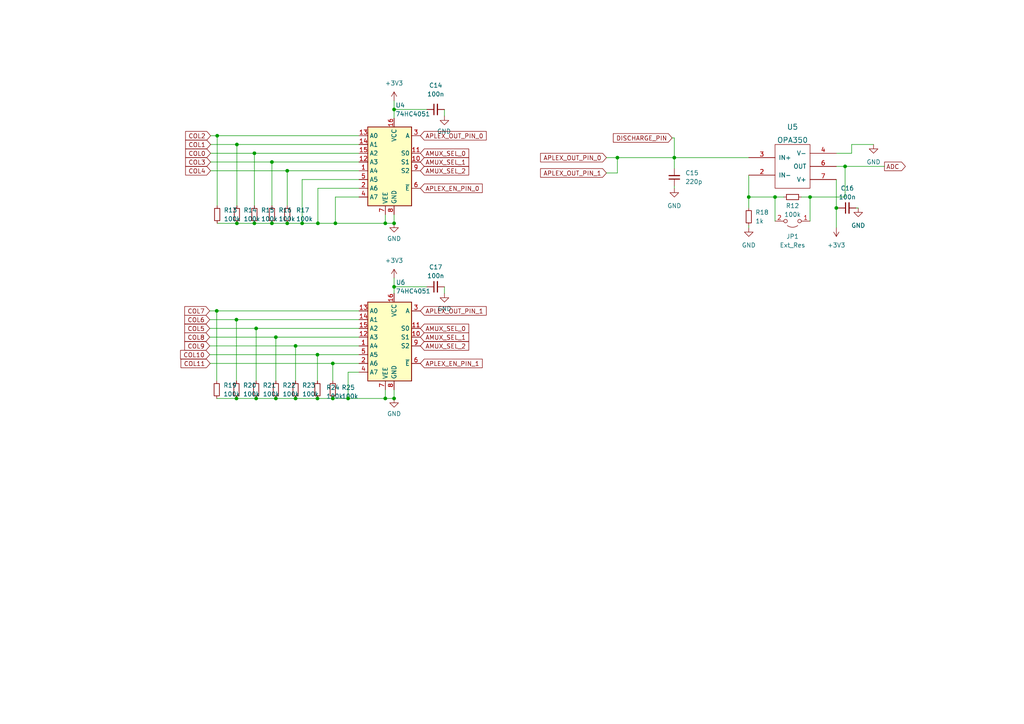
<source format=kicad_sch>
(kicad_sch (version 20231120) (generator "eeschema") (generator_version "8.0")
  (paper "A4")
  (lib_symbols
    (symbol "74xx:74HC4051"
      (property "Reference" "U" (at -5.08 11.43 0))
      (property "Value" "74HC4051" (at -7.62 -13.97 0))
      (symbol "74HC4051_0_1"
        (rectangle (start -5.08 10.16) (end 7.62 -12.7) (stroke (width 0.254)) (fill (type background)))
      )
      (symbol "74HC4051_1_1"
        (pin passive line (at 10.16 -2.54 180) (length 2.54) (name "A4") (number "1"))
        (pin input line (at -7.62 0 0) (length 2.54) (name "S1") (number "10"))
        (pin input line (at -7.62 2.54 0) (length 2.54) (name "S0") (number "11"))
        (pin passive line (at 10.16 0 180) (length 2.54) (name "A3") (number "12"))
        (pin passive line (at 10.16 7.62 180) (length 2.54) (name "A0") (number "13"))
        (pin passive line (at 10.16 5.08 180) (length 2.54) (name "A1") (number "14"))
        (pin passive line (at 10.16 2.54 180) (length 2.54) (name "A2") (number "15"))
        (pin power_in line (at 0 12.7 270) (length 2.54) (name "VCC") (number "16"))
        (pin passive line (at 10.16 -7.62 180) (length 2.54) (name "A6") (number "2"))
        (pin passive line (at -7.62 7.62 0) (length 2.54) (name "A") (number "3"))
        (pin passive line (at 10.16 -10.16 180) (length 2.54) (name "A7") (number "4"))
        (pin passive line (at 10.16 -5.08 180) (length 2.54) (name "A5") (number "5"))
        (pin input line (at -7.62 -7.62 0) (length 2.54) (name "~{E}") (number "6"))
        (pin power_in line (at 2.54 -15.24 90) (length 2.54) (name "VEE") (number "7"))
        (pin power_in line (at 0 -15.24 90) (length 2.54) (name "GND") (number "8"))
        (pin input line (at -7.62 -2.54 0) (length 2.54) (name "S2") (number "9"))
      )
    )
    (symbol "Device:C_Small" (pin_numbers hide) (pin_names (offset 0.254) hide)
      (property "Reference" "C" (at 0.254 1.778 0))
      (property "Value" "C_Small" (at 0.254 -2.032 0))
      (symbol "C_Small_0_1"
        (polyline (pts (xy -1.524 -0.508) (xy 1.524 -0.508)) (stroke (width 0.3302)))
        (polyline (pts (xy -1.524 0.508) (xy 1.524 0.508)) (stroke (width 0.3048)))
      )
      (symbol "C_Small_1_1"
        (pin passive line (at 0 2.54 270) (length 2.032) (name "~") (number "1"))
        (pin passive line (at 0 -2.54 90) (length 2.032) (name "~") (number "2"))
      )
    )
    (symbol "Device:R_Small" (pin_numbers hide) (pin_names (offset 0.254) hide)
      (property "Reference" "R" (at 0.762 0.508 0))
      (property "Value" "R_Small" (at 0.762 -1.016 0))
      (symbol "R_Small_0_1"
        (rectangle (start -0.762 1.778) (end 0.762 -1.778) (stroke (width 0.2032)))
      )
      (symbol "R_Small_1_1"
        (pin passive line (at 0 2.54 270) (length 0.762) (name "~") (number "1"))
        (pin passive line (at 0 -2.54 90) (length 0.762) (name "~") (number "2"))
      )
    )
    (symbol "Jumper:Jumper_2_Open" (pin_names (offset 0) hide)
      (property "Reference" "JP" (at 0 2.794 0))
      (property "Value" "Jumper_2_Open" (at 0 -2.286 0))
      (symbol "Jumper_2_Open_0_0"
        (circle (center -2.032 0) (radius 0.508))
        (circle (center 2.032 0) (radius 0.508))
      )
      (symbol "Jumper_2_Open_0_1"
        (arc (start 1.524 1.27) (mid 0 1.778) (end -1.524 1.27))
      )
      (symbol "Jumper_2_Open_1_1"
        (pin passive line (at -5.08 0 0) (length 2.54) (name "A") (number "1"))
        (pin passive line (at 5.08 0 180) (length 2.54) (name "B") (number "2"))
      )
    )
    (symbol "cipulot_parts:OPA350" (pin_names (offset 1.016))
      (property "Reference" "U" (at 8.89 -7.62 0))
      (property "Value" "OPA350" (at 5.08 7.62 0))
      (symbol "OPA350_0_1"
        (rectangle (start 0 -6.35) (end 10.16 6.35))
        (pin input line (at -7.62 2.54 0) (length 7.62) (name "IN-") (number "2"))
        (pin input line (at -7.62 -2.54 0) (length 7.62) (name "IN+") (number "3"))
        (pin input line (at 17.78 -3.81 180) (length 7.62) (name "V-") (number "4"))
        (pin input line (at 17.78 0 180) (length 7.62) (name "OUT") (number "6"))
        (pin input line (at 17.78 3.81 180) (length 7.62) (name "V+") (number "7"))
      )
    )
    (symbol "power:+3V3" (power) (pin_names (offset 0))
      (property "Value" "+3V3" (at 0 3.556 0))
      (symbol "+3V3_0_1"
        (polyline (pts (xy -0.762 1.27) (xy 0 2.54)))
        (polyline (pts (xy 0 0) (xy 0 2.54)))
        (polyline (pts (xy 0 2.54) (xy 0.762 1.27)))
      )
      (symbol "+3V3_1_1"
        (pin power_in line (at 0 0 90) (length 0) hide (name "+3V3") (number "1"))
      )
    )
    (symbol "power:GND" (power) (pin_names (offset 0))
      (property "Value" "GND" (at 0 -3.81 0))
      (symbol "GND_0_1"
        (polyline (pts (xy 0 0) (xy 0 -1.27) (xy 1.27 -1.27) (xy 0 -2.54) (xy -1.27 -1.27) (xy 0 -1.27)))
      )
      (symbol "GND_1_1"
        (pin power_in line (at 0 0 270) (length 0) hide (name "GND") (number "1"))
      )
    )
  )
  (junction (at 245.11 48.26))
  (junction (at 78.867 46.99))
  (junction (at 85.725 115.57))
  (junction (at 96.52 115.57))
  (junction (at 100.965 115.57))
  (junction (at 179.07 45.72))
  (junction (at 73.787 44.45))
  (junction (at 74.295 115.57))
  (junction (at 114.3 31.75))
  (junction (at 68.707 64.77))
  (junction (at 68.58 115.57))
  (junction (at 97.282 64.77))
  (junction (at 87.63 64.77))
  (junction (at 62.992 39.37))
  (junction (at 62.865 90.17))
  (junction (at 217.17 57.15))
  (junction (at 83.312 64.77))
  (junction (at 78.867 64.77))
  (junction (at 195.58 45.72))
  (junction (at 68.58 92.71))
  (junction (at 234.95 57.15))
  (junction (at 80.01 115.57))
  (junction (at 74.295 95.25))
  (junction (at 92.202 64.77))
  (junction (at 68.707 41.91))
  (junction (at 92.075 115.57))
  (junction (at 114.3 64.77))
  (junction (at 111.76 115.57))
  (junction (at 224.79 57.15))
  (junction (at 114.3 83.185))
  (junction (at 83.312 49.53))
  (junction (at 85.725 100.33))
  (junction (at 92.075 102.87))
  (junction (at 73.787 64.77))
  (junction (at 242.57 60.325))
  (junction (at 114.3 115.57))
  (junction (at 80.01 97.79))
  (junction (at 111.76 64.77))
  (junction (at 96.52 105.41))
  (wire (pts (xy 74.295 95.25) (xy 74.295 110.49)))
  (wire (pts (xy 114.3 29.21) (xy 114.3 31.75)))
  (wire (pts (xy 248.285 60.325) (xy 248.92 60.325)))
  (wire (pts (xy 195.58 48.895) (xy 195.58 45.72)))
  (wire (pts (xy 68.58 110.49) (xy 68.58 92.71)))
  (wire (pts (xy 92.075 102.87) (xy 104.14 102.87)))
  (wire (pts (xy 60.833 102.87) (xy 92.075 102.87)))
  (wire (pts (xy 78.867 46.99) (xy 104.14 46.99)))
  (wire (pts (xy 114.3 31.75) (xy 114.3 34.29)))
  (wire (pts (xy 62.992 39.37) (xy 104.14 39.37)))
  (wire (pts (xy 68.707 41.91) (xy 104.14 41.91)))
  (wire (pts (xy 85.725 100.33) (xy 104.14 100.33)))
  (wire (pts (xy 83.312 49.53) (xy 83.312 59.69)))
  (wire (pts (xy 224.79 57.15) (xy 227.33 57.15)))
  (wire (pts (xy 73.787 44.45) (xy 73.787 59.69)))
  (wire (pts (xy 68.707 41.91) (xy 68.707 59.69)))
  (wire (pts (xy 242.57 48.26) (xy 245.11 48.26)))
  (wire (pts (xy 195.58 53.975) (xy 195.58 54.61)))
  (wire (pts (xy 245.11 57.15) (xy 234.95 57.15)))
  (wire (pts (xy 128.905 33.655) (xy 128.905 31.75)))
  (wire (pts (xy 245.11 48.26) (xy 245.11 57.15)))
  (wire (pts (xy 114.3 113.03) (xy 114.3 115.57)))
  (wire (pts (xy 62.992 39.37) (xy 62.992 59.69)))
  (wire (pts (xy 62.865 90.17) (xy 104.14 90.17)))
  (wire (pts (xy 85.725 100.33) (xy 85.725 110.49)))
  (wire (pts (xy 114.3 31.75) (xy 123.825 31.75)))
  (wire (pts (xy 92.075 115.57) (xy 96.52 115.57)))
  (wire (pts (xy 217.17 65.405) (xy 217.17 66.04)))
  (wire (pts (xy 111.76 64.77) (xy 114.3 64.77)))
  (wire (pts (xy 242.57 44.45) (xy 247.015 44.45)))
  (wire (pts (xy 114.3 62.23) (xy 114.3 64.77)))
  (wire (pts (xy 224.79 57.15) (xy 217.17 57.15)))
  (wire (pts (xy 217.17 50.8) (xy 217.17 57.15)))
  (wire (pts (xy 114.3 83.185) (xy 123.825 83.185)))
  (wire (pts (xy 85.725 115.57) (xy 92.075 115.57)))
  (wire (pts (xy 114.3 83.185) (xy 114.3 85.09)))
  (wire (pts (xy 74.295 95.25) (xy 104.14 95.25)))
  (wire (pts (xy 68.58 92.71) (xy 104.14 92.71)))
  (wire (pts (xy 74.295 115.57) (xy 80.01 115.57)))
  (wire (pts (xy 83.312 49.53) (xy 104.14 49.53)))
  (wire (pts (xy 175.895 45.72) (xy 179.07 45.72)))
  (wire (pts (xy 60.833 90.17) (xy 62.865 90.17)))
  (wire (pts (xy 247.015 44.45) (xy 247.015 41.91)))
  (wire (pts (xy 80.01 97.79) (xy 104.14 97.79)))
  (wire (pts (xy 234.95 57.15) (xy 234.95 64.135)))
  (wire (pts (xy 73.787 44.45) (xy 104.14 44.45)))
  (wire (pts (xy 61.087 49.53) (xy 83.312 49.53)))
  (wire (pts (xy 78.867 46.99) (xy 78.867 59.69)))
  (wire (pts (xy 104.14 105.41) (xy 96.52 105.41)))
  (wire (pts (xy 62.992 64.77) (xy 68.707 64.77)))
  (wire (pts (xy 68.58 115.57) (xy 74.295 115.57)))
  (wire (pts (xy 128.905 85.09) (xy 128.905 83.185)))
  (wire (pts (xy 111.76 115.57) (xy 114.3 115.57)))
  (wire (pts (xy 100.965 107.95) (xy 100.965 115.57)))
  (wire (pts (xy 92.075 102.87) (xy 92.075 110.49)))
  (wire (pts (xy 96.52 105.41) (xy 96.52 110.49)))
  (wire (pts (xy 83.312 64.77) (xy 87.63 64.77)))
  (wire (pts (xy 61.087 41.91) (xy 68.707 41.91)))
  (wire (pts (xy 62.865 115.57) (xy 68.58 115.57)))
  (wire (pts (xy 195.58 45.72) (xy 217.17 45.72)))
  (wire (pts (xy 62.865 110.49) (xy 62.865 90.17)))
  (wire (pts (xy 111.76 62.23) (xy 111.76 64.77)))
  (wire (pts (xy 60.833 100.33) (xy 85.725 100.33)))
  (wire (pts (xy 80.01 97.79) (xy 80.01 110.49)))
  (wire (pts (xy 242.57 52.07) (xy 242.57 60.325)))
  (wire (pts (xy 60.96 105.41) (xy 96.52 105.41)))
  (wire (pts (xy 80.01 115.57) (xy 85.725 115.57)))
  (wire (pts (xy 195.58 40.005) (xy 195.58 45.72)))
  (wire (pts (xy 104.14 107.95) (xy 100.965 107.95)))
  (wire (pts (xy 87.63 52.07) (xy 87.63 64.77)))
  (wire (pts (xy 217.17 57.15) (xy 217.17 60.325)))
  (wire (pts (xy 60.833 97.79) (xy 80.01 97.79)))
  (wire (pts (xy 97.282 57.15) (xy 97.282 64.77)))
  (wire (pts (xy 87.63 52.07) (xy 104.14 52.07)))
  (wire (pts (xy 100.965 115.57) (xy 111.76 115.57)))
  (wire (pts (xy 78.867 64.77) (xy 83.312 64.77)))
  (wire (pts (xy 92.202 54.61) (xy 92.202 64.77)))
  (wire (pts (xy 243.205 60.325) (xy 242.57 60.325)))
  (wire (pts (xy 253.365 41.91) (xy 247.015 41.91)))
  (wire (pts (xy 175.895 50.165) (xy 179.07 50.165)))
  (wire (pts (xy 104.14 57.15) (xy 97.282 57.15)))
  (wire (pts (xy 60.833 95.25) (xy 74.295 95.25)))
  (wire (pts (xy 179.07 50.165) (xy 179.07 45.72)))
  (wire (pts (xy 245.11 48.26) (xy 256.54 48.26)))
  (wire (pts (xy 60.833 92.71) (xy 68.58 92.71)))
  (wire (pts (xy 92.202 64.77) (xy 97.282 64.77)))
  (wire (pts (xy 194.945 40.005) (xy 195.58 40.005)))
  (wire (pts (xy 61.087 39.37) (xy 62.992 39.37)))
  (wire (pts (xy 114.3 80.645) (xy 114.3 83.185)))
  (wire (pts (xy 61.087 44.45) (xy 73.787 44.45)))
  (wire (pts (xy 68.707 64.77) (xy 73.787 64.77)))
  (wire (pts (xy 96.52 115.57) (xy 100.965 115.57)))
  (wire (pts (xy 179.07 45.72) (xy 195.58 45.72)))
  (wire (pts (xy 97.282 64.77) (xy 111.76 64.77)))
  (wire (pts (xy 224.79 57.15) (xy 224.79 64.135)))
  (wire (pts (xy 104.14 54.61) (xy 92.202 54.61)))
  (wire (pts (xy 111.76 113.03) (xy 111.76 115.57)))
  (wire (pts (xy 73.787 64.77) (xy 78.867 64.77)))
  (wire (pts (xy 87.63 64.77) (xy 92.202 64.77)))
  (wire (pts (xy 232.41 57.15) (xy 234.95 57.15)))
  (wire (pts (xy 61.087 46.99) (xy 78.867 46.99)))
  (wire (pts (xy 242.57 60.325) (xy 242.57 66.04)))
  (global_label "APLEX_OUT_PIN_1" (shape input) (at 175.895 50.165 180) (property "Intersheetrefs" "${INTERSHEET_REFS}" (effects (hide yes))))
  (global_label "APLEX_OUT_PIN_0" (shape input) (at 121.92 39.37 0) (property "Intersheetrefs" "${INTERSHEET_REFS}" (effects (hide yes))))
  (global_label "AMUX_SEL_1" (shape input) (at 121.92 97.79 0) (property "Intersheetrefs" "${INTERSHEET_REFS}" (effects (hide yes))))
  (global_label "COL9" (shape input) (at 60.833 100.33 180) (property "Intersheetrefs" "${INTERSHEET_REFS}" (effects (hide yes))))
  (global_label "APLEX_OUT_PIN_1" (shape input) (at 121.92 90.17 0) (property "Intersheetrefs" "${INTERSHEET_REFS}" (effects (hide yes))))
  (global_label "AMUX_SEL_2" (shape input) (at 121.92 49.53 0) (property "Intersheetrefs" "${INTERSHEET_REFS}" (effects (hide yes))))
  (global_label "AMUX_SEL_0" (shape input) (at 121.92 95.25 0) (property "Intersheetrefs" "${INTERSHEET_REFS}" (effects (hide yes))))
  (global_label "APLEX_EN_PIN_0" (shape input) (at 121.92 54.61 0) (property "Intersheetrefs" "${INTERSHEET_REFS}" (effects (hide yes))))
  (global_label "COL2" (shape input) (at 61.087 39.37 180) (property "Intersheetrefs" "${INTERSHEET_REFS}" (effects (hide yes))))
  (global_label "COL0" (shape input) (at 61.087 44.45 180) (property "Intersheetrefs" "${INTERSHEET_REFS}" (effects (hide yes))))
  (global_label "COL5" (shape input) (at 60.833 95.25 180) (property "Intersheetrefs" "${INTERSHEET_REFS}" (effects (hide yes))))
  (global_label "COL1" (shape input) (at 61.087 41.91 180) (property "Intersheetrefs" "${INTERSHEET_REFS}" (effects (hide yes))))
  (global_label "COL4" (shape input) (at 61.087 49.53 180) (property "Intersheetrefs" "${INTERSHEET_REFS}" (effects (hide yes))))
  (global_label "COL3" (shape input) (at 61.087 46.99 180) (property "Intersheetrefs" "${INTERSHEET_REFS}" (effects (hide yes))))
  (global_label "APLEX_EN_PIN_1" (shape input) (at 121.92 105.41 0) (property "Intersheetrefs" "${INTERSHEET_REFS}" (effects (hide yes))))
  (global_label "COL8" (shape input) (at 60.833 97.79 180) (property "Intersheetrefs" "${INTERSHEET_REFS}" (effects (hide yes))))
  (global_label "DISCHARGE_PIN" (shape input) (at 194.945 40.005 180) (property "Intersheetrefs" "${INTERSHEET_REFS}" (effects (hide yes))))
  (global_label "AMUX_SEL_1" (shape input) (at 121.92 46.99 0) (property "Intersheetrefs" "${INTERSHEET_REFS}" (effects (hide yes))))
  (global_label "ADC" (shape output) (at 256.54 48.26 0) (property "Intersheetrefs" "${INTERSHEET_REFS}" (effects (hide yes))))
  (global_label "COL11" (shape input) (at 60.96 105.41 180) (property "Intersheetrefs" "${INTERSHEET_REFS}" (effects (hide yes))))
  (global_label "COL7" (shape input) (at 60.833 90.17 180) (property "Intersheetrefs" "${INTERSHEET_REFS}" (effects (hide yes))))
  (global_label "AMUX_SEL_0" (shape input) (at 121.92 44.45 0) (property "Intersheetrefs" "${INTERSHEET_REFS}" (effects (hide yes))))
  (global_label "COL6" (shape input) (at 60.833 92.71 180) (property "Intersheetrefs" "${INTERSHEET_REFS}" (effects (hide yes))))
  (global_label "COL10" (shape input) (at 60.833 102.87 180) (property "Intersheetrefs" "${INTERSHEET_REFS}" (effects (hide yes))))
  (global_label "APLEX_OUT_PIN_0" (shape input) (at 175.895 45.72 180) (property "Intersheetrefs" "${INTERSHEET_REFS}" (effects (hide yes))))
  (global_label "AMUX_SEL_2" (shape input) (at 121.92 100.33 0) (property "Intersheetrefs" "${INTERSHEET_REFS}" (effects (hide yes))))
  (symbol (lib_id "power:GND") (at 128.905 85.09 0) (unit 1)
    (property "Reference" "#PWR056" (effects (hide yes)))
    (property "Value" "GND" (at 128.905 89.535 0))
    (instances (project "minivan" (path "" (reference "#PWR056") (unit 1))) (project "Analog" (path "" (reference "#PWR0135") (unit 1))) (project "travaulta prototype" (path "" (reference "#PWR0135") (unit 1))))
  )
  (symbol (lib_id "power:+3V3") (at 114.3 29.21 0) (unit 1)
    (property "Reference" "#PWR047" (effects (hide yes)))
    (property "Value" "+3V3" (at 114.3 24.13 0))
    (instances (project "minivan" (path "" (reference "#PWR047") (unit 1))) (project "Analog" (path "" (reference "#PWR0138") (unit 1))) (project "travaulta prototype" (path "" (reference "#PWR0138") (unit 1))))
  )
  (symbol (lib_id "Device:R_Small") (at 68.707 62.23 0) (unit 1)
    (property "Reference" "R14" (at 70.612 60.9599 0) (effects (justify left)))
    (property "Value" "100k" (at 70.612 63.4999 0) (effects (justify left)))
    (property "Footprint" "Resistor_SMD:R_0402_1005Metric" (effects (hide yes)))
    (instances (project "minivan" (path "" (reference "R14") (unit 1))) (project "Analog" (path "" (reference "R13") (unit 1))) (project "travaulta prototype" (path "" (reference "R13") (unit 1))))
  )
  (symbol (lib_id "Device:C_Small") (at 245.745 60.325 90) (unit 1)
    (property "Reference" "C16" (at 245.7513 54.61 90))
    (property "Value" "100n" (at 245.7513 57.15 90))
    (property "Footprint" "Capacitor_SMD:C_0402_1005Metric" (effects (hide yes)))
    (instances (project "minivan" (path "" (reference "C16") (unit 1))) (project "Analog" (path "" (reference "C15") (unit 1))) (project "travaulta prototype" (path "" (reference "C15") (unit 1))))
  )
  (symbol (lib_id "power:GND") (at 195.58 54.61 0) (unit 1)
    (property "Reference" "#PWR050" (effects (hide yes)))
    (property "Value" "GND" (at 195.58 59.69 0))
    (instances (project "minivan" (path "" (reference "#PWR050") (unit 1))) (project "Analog" (path "" (reference "#PWR0148") (unit 1))) (project "travaulta prototype" (path "" (reference "#PWR0148") (unit 1))))
  )
  (symbol (lib_id "Device:R_Small") (at 83.312 62.23 0) (unit 1)
    (property "Reference" "R17" (at 85.852 60.96 0) (effects (justify left)))
    (property "Value" "100k" (at 85.852 63.5 0) (effects (justify left)))
    (property "Footprint" "Resistor_SMD:R_0402_1005Metric" (effects (hide yes)))
    (instances (project "minivan" (path "" (reference "R17") (unit 1))) (project "Analog" (path "" (reference "R19") (unit 1))) (project "travaulta prototype" (path "" (reference "R19") (unit 1))))
  )
  (symbol (lib_id "Device:R_Small") (at 78.867 62.23 0) (unit 1)
    (property "Reference" "R16" (at 80.772 60.96 0) (effects (justify left)))
    (property "Value" "100k" (at 80.772 63.4999 0) (effects (justify left)))
    (property "Footprint" "Resistor_SMD:R_0402_1005Metric" (effects (hide yes)))
    (instances (project "minivan" (path "" (reference "R16") (unit 1))) (project "Analog" (path "" (reference "R17") (unit 1))) (project "travaulta prototype" (path "" (reference "R17") (unit 1))))
  )
  (symbol (lib_id "cipulot_parts:OPA350") (at 224.79 48.26 0) (mirror x) (unit 1)
    (property "Reference" "U5" (at 229.87 36.83 0) (effects (font (size 1.524 1.524))))
    (property "Value" "OPA350" (at 229.87 40.64 0) (effects (font (size 1.524 1.524))))
    (property "Footprint" "Package_SO:SOIC-8_3.9x4.9mm_P1.27mm" (effects (hide yes)))
  )
  (symbol (lib_id "74xx:74HC4051") (at 114.3 46.99 0) (mirror y) (unit 1)
    (property "Reference" "U4" (at 114.7016 30.5294 0) (effects (justify right)))
    (property "Value" "74HC4051" (at 114.7016 33.0694 0) (effects (justify right)))
    (property "Footprint" "cipulot_parts:TSSOP16" (effects (hide yes)))
    (property "Datasheet" "http://www.ti.com/lit/ds/symlink/cd74hc4051.pdf" (effects (hide yes)))
  )
  (symbol (lib_id "power:GND") (at 114.3 64.77 0) (unit 1)
    (property "Reference" "#PWR052" (effects (hide yes)))
    (property "Value" "GND" (at 114.3 69.215 0))
    (instances (project "minivan" (path "" (reference "#PWR052") (unit 1))) (project "Analog" (path "" (reference "#PWR0136") (unit 1))) (project "travaulta prototype" (path "" (reference "#PWR0136") (unit 1))))
  )
  (symbol (lib_id "Device:R_Small") (at 80.01 113.03 0) (unit 1)
    (property "Reference" "R22" (at 81.915 111.7599 0) (effects (justify left)))
    (property "Value" "100k" (at 81.915 114.2999 0) (effects (justify left)))
    (property "Footprint" "Resistor_SMD:R_0402_1005Metric" (effects (hide yes)))
    (instances (project "minivan" (path "" (reference "R22") (unit 1))) (project "Analog" (path "" (reference "R14") (unit 1))) (project "travaulta prototype" (path "" (reference "R14") (unit 1))))
  )
  (symbol (lib_id "Device:R_Small") (at 62.865 113.03 0) (unit 1)
    (property "Reference" "R19" (at 64.77 111.76 0) (effects (justify left)))
    (property "Value" "100k" (at 64.77 114.2999 0) (effects (justify left)))
    (property "Footprint" "Resistor_SMD:R_0402_1005Metric" (effects (hide yes)))
    (instances (project "minivan" (path "" (reference "R19") (unit 1))) (project "Analog" (path "" (reference "R20") (unit 1))) (project "travaulta prototype" (path "" (reference "R20") (unit 1))))
  )
  (symbol (lib_id "Device:R_Small") (at 229.87 57.15 90) (unit 1)
    (property "Reference" "R12" (at 229.87 59.69 90))
    (property "Value" "100k" (at 229.87 62.23 90))
    (property "Footprint" "Resistor_SMD:R_0402_1005Metric" (effects (hide yes)))
    (instances (project "minivan" (path "" (reference "R12") (unit 1))) (project "Analog" (path "" (reference "R21") (unit 1))) (project "travaulta prototype" (path "" (reference "R21") (unit 1))))
  )
  (symbol (lib_id "Device:C_Small") (at 126.365 83.185 90) (unit 1)
    (property "Reference" "C17" (at 126.3713 77.47 90))
    (property "Value" "100n" (at 126.3713 80.01 90))
    (property "Footprint" "Capacitor_SMD:C_0402_1005Metric" (effects (hide yes)))
    (instances (project "minivan" (path "" (reference "C17") (unit 1))) (project "Analog" (path "" (reference "C12") (unit 1))) (project "travaulta prototype" (path "" (reference "C12") (unit 1))))
  )
  (symbol (lib_id "Jumper:Jumper_2_Open") (at 229.87 64.135 180) (unit 1)
    (property "Reference" "JP1" (at 229.87 68.5831 0))
    (property "Value" "Ext_Res" (at 229.87 71.12 0))
    (property "Footprint" "Resistor_SMD:R_0603_1608Metric_Pad0.98x0.95mm_HandSolder" (effects (hide yes)))
  )
  (symbol (lib_id "Device:R_Small") (at 92.075 113.03 0) (unit 1)
    (property "Reference" "R24" (at 94.615 112.395 0) (effects (justify left)))
    (property "Value" "100k" (at 94.615 114.935 0) (effects (justify left)))
    (property "Footprint" "Resistor_SMD:R_0402_1005Metric" (effects (hide yes)))
    (instances (project "minivan" (path "" (reference "R24") (unit 1))) (project "Analog" (path "" (reference "R1") (unit 1))) (project "travaulta prototype" (path "" (reference "R5") (unit 1))))
  )
  (symbol (lib_id "Device:R_Small") (at 73.787 62.23 0) (unit 1)
    (property "Reference" "R15" (at 75.692 60.9599 0) (effects (justify left)))
    (property "Value" "100k" (at 75.692 63.4999 0) (effects (justify left)))
    (property "Footprint" "Resistor_SMD:R_0402_1005Metric" (effects (hide yes)))
  )
  (symbol (lib_id "power:+3V3") (at 114.3 80.645 0) (unit 1)
    (property "Reference" "#PWR055" (effects (hide yes)))
    (property "Value" "+3V3" (at 114.3 75.565 0))
    (instances (project "minivan" (path "" (reference "#PWR055") (unit 1))) (project "Analog" (path "" (reference "#PWR0137") (unit 1))) (project "travaulta prototype" (path "" (reference "#PWR0137") (unit 1))))
  )
  (symbol (lib_id "Device:R_Small") (at 96.52 113.03 0) (unit 1)
    (property "Reference" "R25" (at 99.06 112.395 0) (effects (justify left)))
    (property "Value" "100k" (at 99.06 114.935 0) (effects (justify left)))
    (property "Footprint" "Resistor_SMD:R_0402_1005Metric" (effects (hide yes)))
    (instances (project "minivan" (path "" (reference "R25") (unit 1))) (project "Analog" (path "" (reference "R1") (unit 1))) (project "travaulta prototype" (path "" (reference "R5") (unit 1))))
  )
  (symbol (lib_id "Device:R_Small") (at 74.295 113.03 0) (unit 1)
    (property "Reference" "R21" (at 76.2 111.7599 0) (effects (justify left)))
    (property "Value" "100k" (at 76.2 114.2999 0) (effects (justify left)))
    (property "Footprint" "Resistor_SMD:R_0402_1005Metric" (effects (hide yes)))
    (instances (project "minivan" (path "" (reference "R21") (unit 1))) (project "Analog" (path "" (reference "R12") (unit 1))) (project "travaulta prototype" (path "" (reference "R12") (unit 1))))
  )
  (symbol (lib_id "Device:C_Small") (at 195.58 51.435 180) (unit 1)
    (property "Reference" "C15" (at 198.755 50.1585 0) (effects (justify right)))
    (property "Value" "220p" (at 198.755 52.6985 0) (effects (justify right)))
    (property "Footprint" "Capacitor_SMD:C_0402_1005Metric" (effects (hide yes)))
    (instances (project "minivan" (path "" (reference "C15") (unit 1))) (project "Analog" (path "" (reference "C14") (unit 1))) (project "travaulta prototype" (path "" (reference "C14") (unit 1))))
  )
  (symbol (lib_id "Device:R_Small") (at 62.992 62.23 0) (unit 1)
    (property "Reference" "R13" (at 64.897 60.9599 0) (effects (justify left)))
    (property "Value" "100k" (at 64.897 63.4999 0) (effects (justify left)))
    (property "Footprint" "Resistor_SMD:R_0402_1005Metric" (effects (hide yes)))
    (instances (project "minivan" (path "" (reference "R13") (unit 1))) (project "Analog" (path "" (reference "R11") (unit 1))) (project "travaulta prototype" (path "" (reference "R11") (unit 1))))
  )
  (symbol (lib_id "74xx:74HC4051") (at 114.3 97.79 0) (mirror y) (unit 1)
    (property "Reference" "U6" (at 114.8206 81.915 0) (effects (justify right)))
    (property "Value" "74HC4051" (at 114.8206 84.455 0) (effects (justify right)))
    (property "Footprint" "cipulot_parts:TSSOP16" (effects (hide yes)))
    (property "Datasheet" "http://www.ti.com/lit/ds/symlink/cd74hc4051.pdf" (effects (hide yes)))
    (instances (project "minivan" (path "" (reference "U6") (unit 1))) (project "Analog" (path "" (reference "U3") (unit 1))) (project "travaulta prototype" (path "" (reference "U3") (unit 1))))
  )
  (symbol (lib_id "Device:R_Small") (at 217.17 62.865 0) (unit 1)
    (property "Reference" "R18" (at 219.075 61.5949 0) (effects (justify left)))
    (property "Value" "1k" (at 219.075 64.1349 0) (effects (justify left)))
    (property "Footprint" "Resistor_SMD:R_0402_1005Metric" (effects (hide yes)))
    (instances (project "minivan" (path "" (reference "R18") (unit 1))) (project "Analog" (path "" (reference "R23") (unit 1))) (project "travaulta prototype" (path "" (reference "R23") (unit 1))))
  )
  (symbol (lib_id "power:GND") (at 248.92 60.325 0) (unit 1)
    (property "Reference" "#PWR051" (effects (hide yes)))
    (property "Value" "GND" (at 248.92 65.405 0))
    (instances (project "minivan" (path "" (reference "#PWR051") (unit 1))) (project "Analog" (path "" (reference "#PWR0142") (unit 1))) (project "travaulta prototype" (path "" (reference "#PWR0142") (unit 1))))
  )
  (symbol (lib_id "power:+3V3") (at 242.57 66.04 180) (unit 1)
    (property "Reference" "#PWR054" (effects (hide yes)))
    (property "Value" "+3V3" (at 242.57 71.12 0))
    (instances (project "minivan" (path "" (reference "#PWR054") (unit 1))) (project "Analog" (path "" (reference "#PWR0143") (unit 1))) (project "travaulta prototype" (path "" (reference "#PWR0143") (unit 1))))
  )
  (symbol (lib_id "power:GND") (at 217.17 66.04 0) (unit 1)
    (property "Reference" "#PWR053" (effects (hide yes)))
    (property "Value" "GND" (at 217.17 71.12 0))
    (instances (project "minivan" (path "" (reference "#PWR053") (unit 1))) (project "Analog" (path "" (reference "#PWR0141") (unit 1))) (project "travaulta prototype" (path "" (reference "#PWR0141") (unit 1))))
  )
  (symbol (lib_id "power:GND") (at 128.905 33.655 0) (unit 1)
    (property "Reference" "#PWR048" (effects (hide yes)))
    (property "Value" "GND" (at 128.778 38.1 0))
    (instances (project "minivan" (path "" (reference "#PWR048") (unit 1))) (project "Analog" (path "" (reference "#PWR0139") (unit 1))) (project "travaulta prototype" (path "" (reference "#PWR0139") (unit 1))))
  )
  (symbol (lib_id "power:GND") (at 114.3 115.57 0) (unit 1)
    (property "Reference" "#PWR057" (effects (hide yes)))
    (property "Value" "GND" (at 114.3 120.015 0))
    (instances (project "minivan" (path "" (reference "#PWR057") (unit 1))) (project "Analog" (path "" (reference "#PWR0134") (unit 1))) (project "travaulta prototype" (path "" (reference "#PWR0134") (unit 1))))
  )
  (symbol (lib_id "Device:R_Small") (at 85.725 113.03 0) (unit 1)
    (property "Reference" "R23" (at 87.63 111.7599 0) (effects (justify left)))
    (property "Value" "100k" (at 87.63 114.2999 0) (effects (justify left)))
    (property "Footprint" "Resistor_SMD:R_0402_1005Metric" (effects (hide yes)))
    (instances (project "minivan" (path "" (reference "R23") (unit 1))) (project "Analog" (path "" (reference "R16") (unit 1))) (project "travaulta prototype" (path "" (reference "R16") (unit 1))))
  )
  (symbol (lib_id "Device:R_Small") (at 68.58 113.03 0) (unit 1)
    (property "Reference" "R20" (at 70.485 111.7599 0) (effects (justify left)))
    (property "Value" "100k" (at 70.485 114.2999 0) (effects (justify left)))
    (property "Footprint" "Resistor_SMD:R_0402_1005Metric" (effects (hide yes)))
    (instances (project "minivan" (path "" (reference "R20") (unit 1))) (project "Analog" (path "" (reference "R10") (unit 1))) (project "travaulta prototype" (path "" (reference "R10") (unit 1))))
  )
  (symbol (lib_id "Device:C_Small") (at 126.365 31.75 90) (unit 1)
    (property "Reference" "C14" (at 126.3713 24.765 90))
    (property "Value" "100n" (at 126.3713 27.305 90))
    (property "Footprint" "Capacitor_SMD:C_0402_1005Metric" (effects (hide yes)))
    (instances (project "minivan" (path "" (reference "C14") (unit 1))) (project "Analog" (path "" (reference "C13") (unit 1))) (project "travaulta prototype" (path "" (reference "C13") (unit 1))))
  )
  (symbol (lib_id "power:GND") (at 253.365 41.91 0) (unit 1)
    (property "Reference" "#PWR049" (effects (hide yes)))
    (property "Value" "GND" (at 253.365 46.99 0))
    (instances (project "minivan" (path "" (reference "#PWR049") (unit 1))) (project "Analog" (path "" (reference "#PWR0140") (unit 1))) (project "travaulta prototype" (path "" (reference "#PWR0140") (unit 1))))
  )
)
</source>
